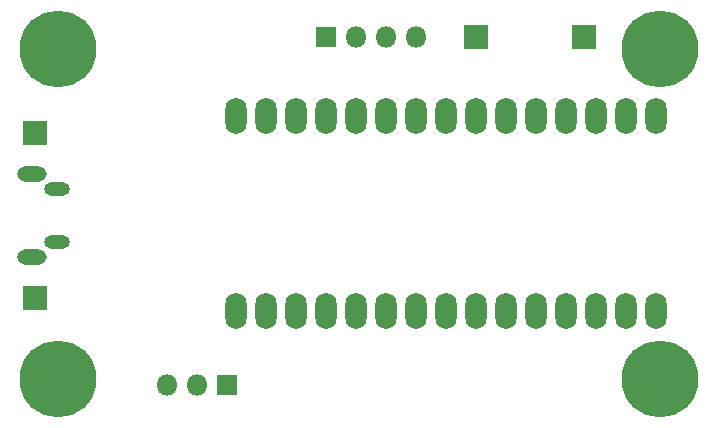
<source format=gbr>
G04 #@! TF.GenerationSoftware,KiCad,Pcbnew,(5.1.6)-1*
G04 #@! TF.CreationDate,2021-01-22T14:13:30+00:00*
G04 #@! TF.ProjectId,NanoBLE_Compass,4e616e6f-424c-4455-9f43-6f6d70617373,rev?*
G04 #@! TF.SameCoordinates,Original*
G04 #@! TF.FileFunction,Soldermask,Bot*
G04 #@! TF.FilePolarity,Negative*
%FSLAX46Y46*%
G04 Gerber Fmt 4.6, Leading zero omitted, Abs format (unit mm)*
G04 Created by KiCad (PCBNEW (5.1.6)-1) date 2021-01-22 14:13:30*
%MOMM*%
%LPD*%
G01*
G04 APERTURE LIST*
%ADD10O,1.800000X3.100000*%
%ADD11C,6.500000*%
%ADD12O,2.500000X1.300000*%
%ADD13O,2.200000X1.150000*%
%ADD14R,1.800000X1.800000*%
%ADD15O,1.800000X1.800000*%
%ADD16R,2.100000X2.100000*%
G04 APERTURE END LIST*
D10*
X148590000Y-97663000D03*
X168910000Y-97663000D03*
X163830000Y-97663000D03*
X143510000Y-97663000D03*
X146050000Y-97663000D03*
X173990000Y-97663000D03*
X140970000Y-97663000D03*
X166370000Y-97663000D03*
X151130000Y-97663000D03*
X153670000Y-97663000D03*
X158750000Y-97663000D03*
X161290000Y-97663000D03*
X156210000Y-97663000D03*
X138430000Y-97663000D03*
X171450000Y-97663000D03*
X173990000Y-81153000D03*
X171450000Y-81153000D03*
X168910000Y-81153000D03*
X166370000Y-81153000D03*
X163830000Y-81153000D03*
X161290000Y-81153000D03*
X158750000Y-81153000D03*
X156210000Y-81153000D03*
X153670000Y-81153000D03*
X151130000Y-81153000D03*
X148590000Y-81153000D03*
X146050000Y-81153000D03*
X143510000Y-81153000D03*
X140970000Y-81153000D03*
X138430000Y-81153000D03*
D11*
X123330000Y-75430000D03*
X123330000Y-103430000D03*
X174330000Y-103430000D03*
X174330000Y-75430000D03*
D12*
X121132000Y-86065000D03*
X121132000Y-93065000D03*
D13*
X123232000Y-87340000D03*
X123232000Y-91790000D03*
D14*
X137668000Y-103886000D03*
D15*
X135128000Y-103886000D03*
X132588000Y-103886000D03*
D14*
X146050000Y-74422000D03*
D15*
X148590000Y-74422000D03*
X151130000Y-74422000D03*
X153670000Y-74422000D03*
D16*
X121412000Y-82550000D03*
X121412000Y-96520000D03*
X167894000Y-74422000D03*
X158750000Y-74422000D03*
M02*

</source>
